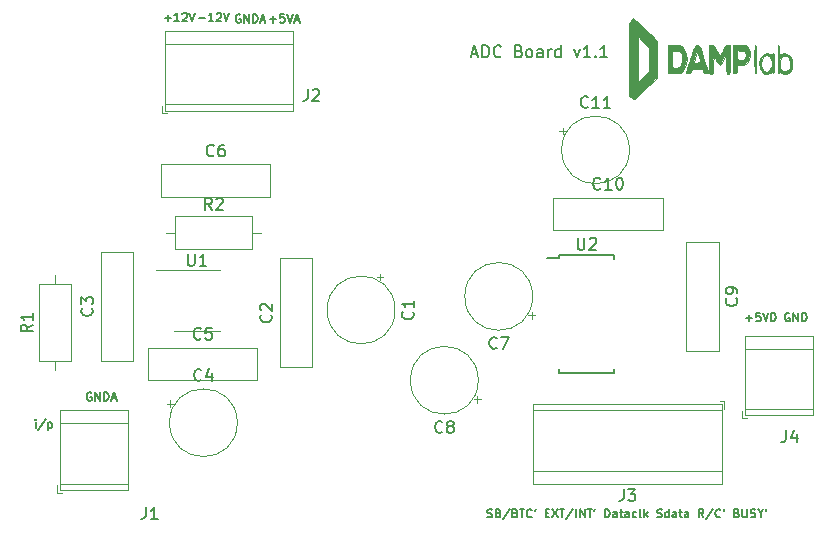
<source format=gto>
G04 #@! TF.GenerationSoftware,KiCad,Pcbnew,(5.1.2)-1*
G04 #@! TF.CreationDate,2019-12-18T16:16:50-05:00*
G04 #@! TF.ProjectId,adcBoard,61646342-6f61-4726-942e-6b696361645f,rev?*
G04 #@! TF.SameCoordinates,Original*
G04 #@! TF.FileFunction,Legend,Top*
G04 #@! TF.FilePolarity,Positive*
%FSLAX46Y46*%
G04 Gerber Fmt 4.6, Leading zero omitted, Abs format (unit mm)*
G04 Created by KiCad (PCBNEW (5.1.2)-1) date 2019-12-18 16:16:50*
%MOMM*%
%LPD*%
G04 APERTURE LIST*
%ADD10C,0.150000*%
%ADD11C,0.120000*%
%ADD12C,0.010000*%
G04 APERTURE END LIST*
D10*
X75066666Y-116550000D02*
X75000000Y-116516666D01*
X74900000Y-116516666D01*
X74800000Y-116550000D01*
X74733333Y-116616666D01*
X74700000Y-116683333D01*
X74666666Y-116816666D01*
X74666666Y-116916666D01*
X74700000Y-117050000D01*
X74733333Y-117116666D01*
X74800000Y-117183333D01*
X74900000Y-117216666D01*
X74966666Y-117216666D01*
X75066666Y-117183333D01*
X75100000Y-117150000D01*
X75100000Y-116916666D01*
X74966666Y-116916666D01*
X75400000Y-117216666D02*
X75400000Y-116516666D01*
X75800000Y-117216666D01*
X75800000Y-116516666D01*
X76133333Y-117216666D02*
X76133333Y-116516666D01*
X76300000Y-116516666D01*
X76400000Y-116550000D01*
X76466666Y-116616666D01*
X76500000Y-116683333D01*
X76533333Y-116816666D01*
X76533333Y-116916666D01*
X76500000Y-117050000D01*
X76466666Y-117116666D01*
X76400000Y-117183333D01*
X76300000Y-117216666D01*
X76133333Y-117216666D01*
X76800000Y-117016666D02*
X77133333Y-117016666D01*
X76733333Y-117216666D02*
X76966666Y-116516666D01*
X77200000Y-117216666D01*
X70350000Y-119516666D02*
X70350000Y-119050000D01*
X70350000Y-118816666D02*
X70316666Y-118850000D01*
X70350000Y-118883333D01*
X70383333Y-118850000D01*
X70350000Y-118816666D01*
X70350000Y-118883333D01*
X71183333Y-118783333D02*
X70583333Y-119683333D01*
X71416666Y-119050000D02*
X71416666Y-119750000D01*
X71416666Y-119083333D02*
X71483333Y-119050000D01*
X71616666Y-119050000D01*
X71683333Y-119083333D01*
X71716666Y-119116666D01*
X71750000Y-119183333D01*
X71750000Y-119383333D01*
X71716666Y-119450000D01*
X71683333Y-119483333D01*
X71616666Y-119516666D01*
X71483333Y-119516666D01*
X71416666Y-119483333D01*
X134166666Y-109850000D02*
X134100000Y-109816666D01*
X134000000Y-109816666D01*
X133900000Y-109850000D01*
X133833333Y-109916666D01*
X133800000Y-109983333D01*
X133766666Y-110116666D01*
X133766666Y-110216666D01*
X133800000Y-110350000D01*
X133833333Y-110416666D01*
X133900000Y-110483333D01*
X134000000Y-110516666D01*
X134066666Y-110516666D01*
X134166666Y-110483333D01*
X134200000Y-110450000D01*
X134200000Y-110216666D01*
X134066666Y-110216666D01*
X134500000Y-110516666D02*
X134500000Y-109816666D01*
X134900000Y-110516666D01*
X134900000Y-109816666D01*
X135233333Y-110516666D02*
X135233333Y-109816666D01*
X135400000Y-109816666D01*
X135500000Y-109850000D01*
X135566666Y-109916666D01*
X135600000Y-109983333D01*
X135633333Y-110116666D01*
X135633333Y-110216666D01*
X135600000Y-110350000D01*
X135566666Y-110416666D01*
X135500000Y-110483333D01*
X135400000Y-110516666D01*
X135233333Y-110516666D01*
X130483333Y-110250000D02*
X131016666Y-110250000D01*
X130750000Y-110516666D02*
X130750000Y-109983333D01*
X131683333Y-109816666D02*
X131350000Y-109816666D01*
X131316666Y-110150000D01*
X131350000Y-110116666D01*
X131416666Y-110083333D01*
X131583333Y-110083333D01*
X131650000Y-110116666D01*
X131683333Y-110150000D01*
X131716666Y-110216666D01*
X131716666Y-110383333D01*
X131683333Y-110450000D01*
X131650000Y-110483333D01*
X131583333Y-110516666D01*
X131416666Y-110516666D01*
X131350000Y-110483333D01*
X131316666Y-110450000D01*
X131916666Y-109816666D02*
X132150000Y-110516666D01*
X132383333Y-109816666D01*
X132616666Y-110516666D02*
X132616666Y-109816666D01*
X132783333Y-109816666D01*
X132883333Y-109850000D01*
X132950000Y-109916666D01*
X132983333Y-109983333D01*
X133016666Y-110116666D01*
X133016666Y-110216666D01*
X132983333Y-110350000D01*
X132950000Y-110416666D01*
X132883333Y-110483333D01*
X132783333Y-110516666D01*
X132616666Y-110516666D01*
X90200000Y-84950000D02*
X90733333Y-84950000D01*
X90466666Y-85216666D02*
X90466666Y-84683333D01*
X91400000Y-84516666D02*
X91066666Y-84516666D01*
X91033333Y-84850000D01*
X91066666Y-84816666D01*
X91133333Y-84783333D01*
X91300000Y-84783333D01*
X91366666Y-84816666D01*
X91400000Y-84850000D01*
X91433333Y-84916666D01*
X91433333Y-85083333D01*
X91400000Y-85150000D01*
X91366666Y-85183333D01*
X91300000Y-85216666D01*
X91133333Y-85216666D01*
X91066666Y-85183333D01*
X91033333Y-85150000D01*
X91633333Y-84516666D02*
X91866666Y-85216666D01*
X92100000Y-84516666D01*
X92300000Y-85016666D02*
X92633333Y-85016666D01*
X92233333Y-85216666D02*
X92466666Y-84516666D01*
X92700000Y-85216666D01*
X87666666Y-84550000D02*
X87600000Y-84516666D01*
X87500000Y-84516666D01*
X87400000Y-84550000D01*
X87333333Y-84616666D01*
X87300000Y-84683333D01*
X87266666Y-84816666D01*
X87266666Y-84916666D01*
X87300000Y-85050000D01*
X87333333Y-85116666D01*
X87400000Y-85183333D01*
X87500000Y-85216666D01*
X87566666Y-85216666D01*
X87666666Y-85183333D01*
X87700000Y-85150000D01*
X87700000Y-84916666D01*
X87566666Y-84916666D01*
X88000000Y-85216666D02*
X88000000Y-84516666D01*
X88400000Y-85216666D01*
X88400000Y-84516666D01*
X88733333Y-85216666D02*
X88733333Y-84516666D01*
X88900000Y-84516666D01*
X89000000Y-84550000D01*
X89066666Y-84616666D01*
X89100000Y-84683333D01*
X89133333Y-84816666D01*
X89133333Y-84916666D01*
X89100000Y-85050000D01*
X89066666Y-85116666D01*
X89000000Y-85183333D01*
X88900000Y-85216666D01*
X88733333Y-85216666D01*
X89400000Y-85016666D02*
X89733333Y-85016666D01*
X89333333Y-85216666D02*
X89566666Y-84516666D01*
X89800000Y-85216666D01*
X84166666Y-84850000D02*
X84700000Y-84850000D01*
X85400000Y-85116666D02*
X85000000Y-85116666D01*
X85200000Y-85116666D02*
X85200000Y-84416666D01*
X85133333Y-84516666D01*
X85066666Y-84583333D01*
X85000000Y-84616666D01*
X85666666Y-84483333D02*
X85700000Y-84450000D01*
X85766666Y-84416666D01*
X85933333Y-84416666D01*
X86000000Y-84450000D01*
X86033333Y-84483333D01*
X86066666Y-84550000D01*
X86066666Y-84616666D01*
X86033333Y-84716666D01*
X85633333Y-85116666D01*
X86066666Y-85116666D01*
X86266666Y-84416666D02*
X86500000Y-85116666D01*
X86733333Y-84416666D01*
X81266666Y-84850000D02*
X81800000Y-84850000D01*
X81533333Y-85116666D02*
X81533333Y-84583333D01*
X82500000Y-85116666D02*
X82100000Y-85116666D01*
X82300000Y-85116666D02*
X82300000Y-84416666D01*
X82233333Y-84516666D01*
X82166666Y-84583333D01*
X82100000Y-84616666D01*
X82766666Y-84483333D02*
X82800000Y-84450000D01*
X82866666Y-84416666D01*
X83033333Y-84416666D01*
X83100000Y-84450000D01*
X83133333Y-84483333D01*
X83166666Y-84550000D01*
X83166666Y-84616666D01*
X83133333Y-84716666D01*
X82733333Y-85116666D01*
X83166666Y-85116666D01*
X83366666Y-84416666D02*
X83600000Y-85116666D01*
X83833333Y-84416666D01*
X108583333Y-127083333D02*
X108683333Y-127116666D01*
X108850000Y-127116666D01*
X108916666Y-127083333D01*
X108950000Y-127050000D01*
X108983333Y-126983333D01*
X108983333Y-126916666D01*
X108950000Y-126850000D01*
X108916666Y-126816666D01*
X108850000Y-126783333D01*
X108716666Y-126750000D01*
X108650000Y-126716666D01*
X108616666Y-126683333D01*
X108583333Y-126616666D01*
X108583333Y-126550000D01*
X108616666Y-126483333D01*
X108650000Y-126450000D01*
X108716666Y-126416666D01*
X108883333Y-126416666D01*
X108983333Y-126450000D01*
X109516666Y-126750000D02*
X109616666Y-126783333D01*
X109650000Y-126816666D01*
X109683333Y-126883333D01*
X109683333Y-126983333D01*
X109650000Y-127050000D01*
X109616666Y-127083333D01*
X109550000Y-127116666D01*
X109283333Y-127116666D01*
X109283333Y-126416666D01*
X109516666Y-126416666D01*
X109583333Y-126450000D01*
X109616666Y-126483333D01*
X109650000Y-126550000D01*
X109650000Y-126616666D01*
X109616666Y-126683333D01*
X109583333Y-126716666D01*
X109516666Y-126750000D01*
X109283333Y-126750000D01*
X110483333Y-126383333D02*
X109883333Y-127283333D01*
X110950000Y-126750000D02*
X111050000Y-126783333D01*
X111083333Y-126816666D01*
X111116666Y-126883333D01*
X111116666Y-126983333D01*
X111083333Y-127050000D01*
X111050000Y-127083333D01*
X110983333Y-127116666D01*
X110716666Y-127116666D01*
X110716666Y-126416666D01*
X110950000Y-126416666D01*
X111016666Y-126450000D01*
X111050000Y-126483333D01*
X111083333Y-126550000D01*
X111083333Y-126616666D01*
X111050000Y-126683333D01*
X111016666Y-126716666D01*
X110950000Y-126750000D01*
X110716666Y-126750000D01*
X111316666Y-126416666D02*
X111716666Y-126416666D01*
X111516666Y-127116666D02*
X111516666Y-126416666D01*
X112350000Y-127050000D02*
X112316666Y-127083333D01*
X112216666Y-127116666D01*
X112150000Y-127116666D01*
X112050000Y-127083333D01*
X111983333Y-127016666D01*
X111950000Y-126950000D01*
X111916666Y-126816666D01*
X111916666Y-126716666D01*
X111950000Y-126583333D01*
X111983333Y-126516666D01*
X112050000Y-126450000D01*
X112150000Y-126416666D01*
X112216666Y-126416666D01*
X112316666Y-126450000D01*
X112350000Y-126483333D01*
X112683333Y-126416666D02*
X112616666Y-126550000D01*
X113516666Y-126750000D02*
X113750000Y-126750000D01*
X113850000Y-127116666D02*
X113516666Y-127116666D01*
X113516666Y-126416666D01*
X113850000Y-126416666D01*
X114083333Y-126416666D02*
X114550000Y-127116666D01*
X114550000Y-126416666D02*
X114083333Y-127116666D01*
X114716666Y-126416666D02*
X115116666Y-126416666D01*
X114916666Y-127116666D02*
X114916666Y-126416666D01*
X115850000Y-126383333D02*
X115250000Y-127283333D01*
X116083333Y-127116666D02*
X116083333Y-126416666D01*
X116416666Y-127116666D02*
X116416666Y-126416666D01*
X116816666Y-127116666D01*
X116816666Y-126416666D01*
X117050000Y-126416666D02*
X117450000Y-126416666D01*
X117250000Y-127116666D02*
X117250000Y-126416666D01*
X117716666Y-126416666D02*
X117650000Y-126550000D01*
X118550000Y-127116666D02*
X118550000Y-126416666D01*
X118716666Y-126416666D01*
X118816666Y-126450000D01*
X118883333Y-126516666D01*
X118916666Y-126583333D01*
X118950000Y-126716666D01*
X118950000Y-126816666D01*
X118916666Y-126950000D01*
X118883333Y-127016666D01*
X118816666Y-127083333D01*
X118716666Y-127116666D01*
X118550000Y-127116666D01*
X119550000Y-127116666D02*
X119550000Y-126750000D01*
X119516666Y-126683333D01*
X119450000Y-126650000D01*
X119316666Y-126650000D01*
X119250000Y-126683333D01*
X119550000Y-127083333D02*
X119483333Y-127116666D01*
X119316666Y-127116666D01*
X119250000Y-127083333D01*
X119216666Y-127016666D01*
X119216666Y-126950000D01*
X119250000Y-126883333D01*
X119316666Y-126850000D01*
X119483333Y-126850000D01*
X119550000Y-126816666D01*
X119783333Y-126650000D02*
X120050000Y-126650000D01*
X119883333Y-126416666D02*
X119883333Y-127016666D01*
X119916666Y-127083333D01*
X119983333Y-127116666D01*
X120050000Y-127116666D01*
X120583333Y-127116666D02*
X120583333Y-126750000D01*
X120550000Y-126683333D01*
X120483333Y-126650000D01*
X120350000Y-126650000D01*
X120283333Y-126683333D01*
X120583333Y-127083333D02*
X120516666Y-127116666D01*
X120350000Y-127116666D01*
X120283333Y-127083333D01*
X120250000Y-127016666D01*
X120250000Y-126950000D01*
X120283333Y-126883333D01*
X120350000Y-126850000D01*
X120516666Y-126850000D01*
X120583333Y-126816666D01*
X121216666Y-127083333D02*
X121150000Y-127116666D01*
X121016666Y-127116666D01*
X120950000Y-127083333D01*
X120916666Y-127050000D01*
X120883333Y-126983333D01*
X120883333Y-126783333D01*
X120916666Y-126716666D01*
X120950000Y-126683333D01*
X121016666Y-126650000D01*
X121150000Y-126650000D01*
X121216666Y-126683333D01*
X121616666Y-127116666D02*
X121550000Y-127083333D01*
X121516666Y-127016666D01*
X121516666Y-126416666D01*
X121883333Y-127116666D02*
X121883333Y-126416666D01*
X121950000Y-126850000D02*
X122150000Y-127116666D01*
X122150000Y-126650000D02*
X121883333Y-126916666D01*
X122950000Y-127083333D02*
X123050000Y-127116666D01*
X123216666Y-127116666D01*
X123283333Y-127083333D01*
X123316666Y-127050000D01*
X123350000Y-126983333D01*
X123350000Y-126916666D01*
X123316666Y-126850000D01*
X123283333Y-126816666D01*
X123216666Y-126783333D01*
X123083333Y-126750000D01*
X123016666Y-126716666D01*
X122983333Y-126683333D01*
X122950000Y-126616666D01*
X122950000Y-126550000D01*
X122983333Y-126483333D01*
X123016666Y-126450000D01*
X123083333Y-126416666D01*
X123250000Y-126416666D01*
X123350000Y-126450000D01*
X123950000Y-127116666D02*
X123950000Y-126416666D01*
X123950000Y-127083333D02*
X123883333Y-127116666D01*
X123750000Y-127116666D01*
X123683333Y-127083333D01*
X123650000Y-127050000D01*
X123616666Y-126983333D01*
X123616666Y-126783333D01*
X123650000Y-126716666D01*
X123683333Y-126683333D01*
X123750000Y-126650000D01*
X123883333Y-126650000D01*
X123950000Y-126683333D01*
X124583333Y-127116666D02*
X124583333Y-126750000D01*
X124550000Y-126683333D01*
X124483333Y-126650000D01*
X124350000Y-126650000D01*
X124283333Y-126683333D01*
X124583333Y-127083333D02*
X124516666Y-127116666D01*
X124350000Y-127116666D01*
X124283333Y-127083333D01*
X124250000Y-127016666D01*
X124250000Y-126950000D01*
X124283333Y-126883333D01*
X124350000Y-126850000D01*
X124516666Y-126850000D01*
X124583333Y-126816666D01*
X124816666Y-126650000D02*
X125083333Y-126650000D01*
X124916666Y-126416666D02*
X124916666Y-127016666D01*
X124950000Y-127083333D01*
X125016666Y-127116666D01*
X125083333Y-127116666D01*
X125616666Y-127116666D02*
X125616666Y-126750000D01*
X125583333Y-126683333D01*
X125516666Y-126650000D01*
X125383333Y-126650000D01*
X125316666Y-126683333D01*
X125616666Y-127083333D02*
X125550000Y-127116666D01*
X125383333Y-127116666D01*
X125316666Y-127083333D01*
X125283333Y-127016666D01*
X125283333Y-126950000D01*
X125316666Y-126883333D01*
X125383333Y-126850000D01*
X125550000Y-126850000D01*
X125616666Y-126816666D01*
X126883333Y-127116666D02*
X126650000Y-126783333D01*
X126483333Y-127116666D02*
X126483333Y-126416666D01*
X126750000Y-126416666D01*
X126816666Y-126450000D01*
X126850000Y-126483333D01*
X126883333Y-126550000D01*
X126883333Y-126650000D01*
X126850000Y-126716666D01*
X126816666Y-126750000D01*
X126750000Y-126783333D01*
X126483333Y-126783333D01*
X127683333Y-126383333D02*
X127083333Y-127283333D01*
X128316666Y-127050000D02*
X128283333Y-127083333D01*
X128183333Y-127116666D01*
X128116666Y-127116666D01*
X128016666Y-127083333D01*
X127950000Y-127016666D01*
X127916666Y-126950000D01*
X127883333Y-126816666D01*
X127883333Y-126716666D01*
X127916666Y-126583333D01*
X127950000Y-126516666D01*
X128016666Y-126450000D01*
X128116666Y-126416666D01*
X128183333Y-126416666D01*
X128283333Y-126450000D01*
X128316666Y-126483333D01*
X128650000Y-126416666D02*
X128583333Y-126550000D01*
X129716666Y-126750000D02*
X129816666Y-126783333D01*
X129850000Y-126816666D01*
X129883333Y-126883333D01*
X129883333Y-126983333D01*
X129850000Y-127050000D01*
X129816666Y-127083333D01*
X129750000Y-127116666D01*
X129483333Y-127116666D01*
X129483333Y-126416666D01*
X129716666Y-126416666D01*
X129783333Y-126450000D01*
X129816666Y-126483333D01*
X129850000Y-126550000D01*
X129850000Y-126616666D01*
X129816666Y-126683333D01*
X129783333Y-126716666D01*
X129716666Y-126750000D01*
X129483333Y-126750000D01*
X130183333Y-126416666D02*
X130183333Y-126983333D01*
X130216666Y-127050000D01*
X130250000Y-127083333D01*
X130316666Y-127116666D01*
X130450000Y-127116666D01*
X130516666Y-127083333D01*
X130550000Y-127050000D01*
X130583333Y-126983333D01*
X130583333Y-126416666D01*
X130883333Y-127083333D02*
X130983333Y-127116666D01*
X131150000Y-127116666D01*
X131216666Y-127083333D01*
X131250000Y-127050000D01*
X131283333Y-126983333D01*
X131283333Y-126916666D01*
X131250000Y-126850000D01*
X131216666Y-126816666D01*
X131150000Y-126783333D01*
X131016666Y-126750000D01*
X130950000Y-126716666D01*
X130916666Y-126683333D01*
X130883333Y-126616666D01*
X130883333Y-126550000D01*
X130916666Y-126483333D01*
X130950000Y-126450000D01*
X131016666Y-126416666D01*
X131183333Y-126416666D01*
X131283333Y-126450000D01*
X131716666Y-126783333D02*
X131716666Y-127116666D01*
X131483333Y-126416666D02*
X131716666Y-126783333D01*
X131950000Y-126416666D01*
X132216666Y-126416666D02*
X132150000Y-126550000D01*
X107261904Y-87866666D02*
X107738095Y-87866666D01*
X107166666Y-88152380D02*
X107500000Y-87152380D01*
X107833333Y-88152380D01*
X108166666Y-88152380D02*
X108166666Y-87152380D01*
X108404761Y-87152380D01*
X108547619Y-87200000D01*
X108642857Y-87295238D01*
X108690476Y-87390476D01*
X108738095Y-87580952D01*
X108738095Y-87723809D01*
X108690476Y-87914285D01*
X108642857Y-88009523D01*
X108547619Y-88104761D01*
X108404761Y-88152380D01*
X108166666Y-88152380D01*
X109738095Y-88057142D02*
X109690476Y-88104761D01*
X109547619Y-88152380D01*
X109452380Y-88152380D01*
X109309523Y-88104761D01*
X109214285Y-88009523D01*
X109166666Y-87914285D01*
X109119047Y-87723809D01*
X109119047Y-87580952D01*
X109166666Y-87390476D01*
X109214285Y-87295238D01*
X109309523Y-87200000D01*
X109452380Y-87152380D01*
X109547619Y-87152380D01*
X109690476Y-87200000D01*
X109738095Y-87247619D01*
X111261904Y-87628571D02*
X111404761Y-87676190D01*
X111452380Y-87723809D01*
X111500000Y-87819047D01*
X111500000Y-87961904D01*
X111452380Y-88057142D01*
X111404761Y-88104761D01*
X111309523Y-88152380D01*
X110928571Y-88152380D01*
X110928571Y-87152380D01*
X111261904Y-87152380D01*
X111357142Y-87200000D01*
X111404761Y-87247619D01*
X111452380Y-87342857D01*
X111452380Y-87438095D01*
X111404761Y-87533333D01*
X111357142Y-87580952D01*
X111261904Y-87628571D01*
X110928571Y-87628571D01*
X112071428Y-88152380D02*
X111976190Y-88104761D01*
X111928571Y-88057142D01*
X111880952Y-87961904D01*
X111880952Y-87676190D01*
X111928571Y-87580952D01*
X111976190Y-87533333D01*
X112071428Y-87485714D01*
X112214285Y-87485714D01*
X112309523Y-87533333D01*
X112357142Y-87580952D01*
X112404761Y-87676190D01*
X112404761Y-87961904D01*
X112357142Y-88057142D01*
X112309523Y-88104761D01*
X112214285Y-88152380D01*
X112071428Y-88152380D01*
X113261904Y-88152380D02*
X113261904Y-87628571D01*
X113214285Y-87533333D01*
X113119047Y-87485714D01*
X112928571Y-87485714D01*
X112833333Y-87533333D01*
X113261904Y-88104761D02*
X113166666Y-88152380D01*
X112928571Y-88152380D01*
X112833333Y-88104761D01*
X112785714Y-88009523D01*
X112785714Y-87914285D01*
X112833333Y-87819047D01*
X112928571Y-87771428D01*
X113166666Y-87771428D01*
X113261904Y-87723809D01*
X113738095Y-88152380D02*
X113738095Y-87485714D01*
X113738095Y-87676190D02*
X113785714Y-87580952D01*
X113833333Y-87533333D01*
X113928571Y-87485714D01*
X114023809Y-87485714D01*
X114785714Y-88152380D02*
X114785714Y-87152380D01*
X114785714Y-88104761D02*
X114690476Y-88152380D01*
X114500000Y-88152380D01*
X114404761Y-88104761D01*
X114357142Y-88057142D01*
X114309523Y-87961904D01*
X114309523Y-87676190D01*
X114357142Y-87580952D01*
X114404761Y-87533333D01*
X114500000Y-87485714D01*
X114690476Y-87485714D01*
X114785714Y-87533333D01*
X115928571Y-87485714D02*
X116166666Y-88152380D01*
X116404761Y-87485714D01*
X117309523Y-88152380D02*
X116738095Y-88152380D01*
X117023809Y-88152380D02*
X117023809Y-87152380D01*
X116928571Y-87295238D01*
X116833333Y-87390476D01*
X116738095Y-87438095D01*
X117738095Y-88057142D02*
X117785714Y-88104761D01*
X117738095Y-88152380D01*
X117690476Y-88104761D01*
X117738095Y-88057142D01*
X117738095Y-88152380D01*
X118738095Y-88152380D02*
X118166666Y-88152380D01*
X118452380Y-88152380D02*
X118452380Y-87152380D01*
X118357142Y-87295238D01*
X118261904Y-87390476D01*
X118166666Y-87438095D01*
X114675000Y-104925000D02*
X114675000Y-105150000D01*
X119325000Y-104925000D02*
X119325000Y-105250000D01*
X119325000Y-114875000D02*
X119325000Y-114550000D01*
X114675000Y-114875000D02*
X114675000Y-114550000D01*
X114675000Y-104925000D02*
X119325000Y-104925000D01*
X114675000Y-114875000D02*
X119325000Y-114875000D01*
X114675000Y-105150000D02*
X113600000Y-105150000D01*
D11*
X100770000Y-109550000D02*
G75*
G03X100770000Y-109550000I-2870000J0D01*
G01*
X99515000Y-106477738D02*
X99515000Y-107027738D01*
X99790000Y-106752738D02*
X99240000Y-106752738D01*
X91030000Y-105180000D02*
X93770000Y-105180000D01*
X91030000Y-114420000D02*
X93770000Y-114420000D01*
X93770000Y-114420000D02*
X93770000Y-105180000D01*
X91030000Y-114420000D02*
X91030000Y-105180000D01*
X75880000Y-113870000D02*
X75880000Y-104630000D01*
X78620000Y-113870000D02*
X78620000Y-104630000D01*
X75880000Y-113870000D02*
X78620000Y-113870000D01*
X75880000Y-104630000D02*
X78620000Y-104630000D01*
X81752738Y-117210000D02*
X81752738Y-117760000D01*
X81477738Y-117485000D02*
X82027738Y-117485000D01*
X87420000Y-119100000D02*
G75*
G03X87420000Y-119100000I-2870000J0D01*
G01*
X89120000Y-112730000D02*
X89120000Y-115470000D01*
X79880000Y-112730000D02*
X79880000Y-115470000D01*
X79880000Y-115470000D02*
X89120000Y-115470000D01*
X79880000Y-112730000D02*
X89120000Y-112730000D01*
X80980000Y-97230000D02*
X90220000Y-97230000D01*
X80980000Y-99970000D02*
X90220000Y-99970000D01*
X80980000Y-97230000D02*
X80980000Y-99970000D01*
X90220000Y-97230000D02*
X90220000Y-99970000D01*
X112347262Y-110290000D02*
X112347262Y-109740000D01*
X112622262Y-110015000D02*
X112072262Y-110015000D01*
X112420000Y-108400000D02*
G75*
G03X112420000Y-108400000I-2870000J0D01*
G01*
X107820000Y-115500000D02*
G75*
G03X107820000Y-115500000I-2870000J0D01*
G01*
X108022262Y-117115000D02*
X107472262Y-117115000D01*
X107747262Y-117390000D02*
X107747262Y-116840000D01*
X128170000Y-103780000D02*
X128170000Y-113020000D01*
X125430000Y-103780000D02*
X125430000Y-113020000D01*
X128170000Y-103780000D02*
X125430000Y-103780000D01*
X128170000Y-113020000D02*
X125430000Y-113020000D01*
X123420000Y-100030000D02*
X123420000Y-102770000D01*
X114180000Y-100030000D02*
X114180000Y-102770000D01*
X114180000Y-102770000D02*
X123420000Y-102770000D01*
X114180000Y-100030000D02*
X123420000Y-100030000D01*
X120620000Y-96000000D02*
G75*
G03X120620000Y-96000000I-2870000J0D01*
G01*
X114677738Y-94385000D02*
X115227738Y-94385000D01*
X114952738Y-94110000D02*
X114952738Y-94660000D01*
X72380000Y-124250000D02*
X78160000Y-124250000D01*
X72380000Y-119150000D02*
X78160000Y-119150000D01*
X72380000Y-118030000D02*
X78160000Y-118030000D01*
X72380000Y-124770000D02*
X78160000Y-124770000D01*
X72380000Y-118030000D02*
X72380000Y-124770000D01*
X78160000Y-118030000D02*
X78160000Y-124770000D01*
X72140000Y-124370000D02*
X72140000Y-125010000D01*
X72140000Y-125010000D02*
X72540000Y-125010000D01*
X128660000Y-117290000D02*
X128260000Y-117290000D01*
X128660000Y-117930000D02*
X128660000Y-117290000D01*
X112480000Y-124270000D02*
X112480000Y-117530000D01*
X128420000Y-124270000D02*
X128420000Y-117530000D01*
X128420000Y-117530000D02*
X112480000Y-117530000D01*
X128420000Y-124270000D02*
X112480000Y-124270000D01*
X128420000Y-123150000D02*
X112480000Y-123150000D01*
X128420000Y-118050000D02*
X112480000Y-118050000D01*
X72000000Y-106580000D02*
X72000000Y-107350000D01*
X72000000Y-114660000D02*
X72000000Y-113890000D01*
X70630000Y-107350000D02*
X70630000Y-113890000D01*
X73370000Y-107350000D02*
X70630000Y-107350000D01*
X73370000Y-113890000D02*
X73370000Y-107350000D01*
X70630000Y-113890000D02*
X73370000Y-113890000D01*
X82150000Y-101630000D02*
X82150000Y-104370000D01*
X82150000Y-104370000D02*
X88690000Y-104370000D01*
X88690000Y-104370000D02*
X88690000Y-101630000D01*
X88690000Y-101630000D02*
X82150000Y-101630000D01*
X81380000Y-103000000D02*
X82150000Y-103000000D01*
X89460000Y-103000000D02*
X88690000Y-103000000D01*
X84000000Y-111310000D02*
X85950000Y-111310000D01*
X84000000Y-111310000D02*
X82050000Y-111310000D01*
X84000000Y-106190000D02*
X85950000Y-106190000D01*
X84000000Y-106190000D02*
X80550000Y-106190000D01*
X130380000Y-117950000D02*
X136160000Y-117950000D01*
X130380000Y-112850000D02*
X136160000Y-112850000D01*
X130380000Y-111730000D02*
X136160000Y-111730000D01*
X130380000Y-118470000D02*
X136160000Y-118470000D01*
X130380000Y-111730000D02*
X130380000Y-118470000D01*
X136160000Y-111730000D02*
X136160000Y-118470000D01*
X130140000Y-118070000D02*
X130140000Y-118710000D01*
X130140000Y-118710000D02*
X130540000Y-118710000D01*
X81280000Y-92150000D02*
X92141000Y-92150000D01*
X81280000Y-87050000D02*
X92141000Y-87050000D01*
X81280000Y-85930000D02*
X92141000Y-85930000D01*
X81280000Y-92670000D02*
X92141000Y-92670000D01*
X81280000Y-85930000D02*
X81280000Y-92670000D01*
X92141000Y-85930000D02*
X92141000Y-92670000D01*
X81040000Y-92270000D02*
X81040000Y-92910000D01*
X81040000Y-92910000D02*
X81440000Y-92910000D01*
D12*
G36*
X121960242Y-85775826D02*
G01*
X122291957Y-86094780D01*
X122575259Y-86377331D01*
X122790718Y-86603269D01*
X122918903Y-86752380D01*
X122946143Y-86801400D01*
X122939783Y-86924892D01*
X122934397Y-87213990D01*
X122930413Y-87631100D01*
X122928259Y-88138629D01*
X122928000Y-88394896D01*
X122928000Y-89912193D01*
X122039000Y-90761344D01*
X121720658Y-91064958D01*
X121442595Y-91329296D01*
X121227969Y-91532408D01*
X121099939Y-91652343D01*
X121077148Y-91672988D01*
X120967443Y-91674271D01*
X120805647Y-91589766D01*
X120805005Y-91589296D01*
X120605715Y-91443110D01*
X120605715Y-90245472D01*
X121331429Y-90245472D01*
X121711250Y-89874800D01*
X122782857Y-89874800D01*
X122819143Y-89925600D01*
X122855429Y-89874800D01*
X122819143Y-89824000D01*
X122782857Y-89874800D01*
X121711250Y-89874800D01*
X121785000Y-89802827D01*
X122238572Y-89360182D01*
X122259246Y-88384084D01*
X122279920Y-87407985D01*
X122009497Y-87131600D01*
X122492572Y-87131600D01*
X122528857Y-87182400D01*
X122565143Y-87131600D01*
X122528857Y-87080800D01*
X122492572Y-87131600D01*
X122009497Y-87131600D01*
X121846482Y-86964992D01*
X121598699Y-86690974D01*
X121454805Y-86471855D01*
X121390238Y-86267931D01*
X121383850Y-86217200D01*
X121374865Y-86222469D01*
X121365943Y-86406768D01*
X121357615Y-86745926D01*
X121350409Y-87215774D01*
X121344856Y-87792143D01*
X121343043Y-88078936D01*
X121331429Y-90245472D01*
X120605715Y-90245472D01*
X120605715Y-85287420D01*
X120780956Y-85056937D01*
X120956198Y-84826454D01*
X121960242Y-85775826D01*
X121960242Y-85775826D01*
G37*
X121960242Y-85775826D02*
X122291957Y-86094780D01*
X122575259Y-86377331D01*
X122790718Y-86603269D01*
X122918903Y-86752380D01*
X122946143Y-86801400D01*
X122939783Y-86924892D01*
X122934397Y-87213990D01*
X122930413Y-87631100D01*
X122928259Y-88138629D01*
X122928000Y-88394896D01*
X122928000Y-89912193D01*
X122039000Y-90761344D01*
X121720658Y-91064958D01*
X121442595Y-91329296D01*
X121227969Y-91532408D01*
X121099939Y-91652343D01*
X121077148Y-91672988D01*
X120967443Y-91674271D01*
X120805647Y-91589766D01*
X120805005Y-91589296D01*
X120605715Y-91443110D01*
X120605715Y-90245472D01*
X121331429Y-90245472D01*
X121711250Y-89874800D01*
X122782857Y-89874800D01*
X122819143Y-89925600D01*
X122855429Y-89874800D01*
X122819143Y-89824000D01*
X122782857Y-89874800D01*
X121711250Y-89874800D01*
X121785000Y-89802827D01*
X122238572Y-89360182D01*
X122259246Y-88384084D01*
X122279920Y-87407985D01*
X122009497Y-87131600D01*
X122492572Y-87131600D01*
X122528857Y-87182400D01*
X122565143Y-87131600D01*
X122528857Y-87080800D01*
X122492572Y-87131600D01*
X122009497Y-87131600D01*
X121846482Y-86964992D01*
X121598699Y-86690974D01*
X121454805Y-86471855D01*
X121390238Y-86267931D01*
X121383850Y-86217200D01*
X121374865Y-86222469D01*
X121365943Y-86406768D01*
X121357615Y-86745926D01*
X121350409Y-87215774D01*
X121344856Y-87792143D01*
X121343043Y-88078936D01*
X121331429Y-90245472D01*
X120605715Y-90245472D01*
X120605715Y-85287420D01*
X120780956Y-85056937D01*
X120956198Y-84826454D01*
X121960242Y-85775826D01*
G36*
X129153234Y-88325400D02*
G01*
X129143215Y-88846602D01*
X129130418Y-89197892D01*
X129110418Y-89412545D01*
X129078790Y-89523835D01*
X129031109Y-89565037D01*
X128987714Y-89570000D01*
X128914279Y-89549894D01*
X128866889Y-89462607D01*
X128836516Y-89267681D01*
X128814127Y-88924659D01*
X128806286Y-88757200D01*
X128770000Y-87944400D01*
X128552286Y-88374030D01*
X128413990Y-88618745D01*
X128298067Y-88775368D01*
X128253501Y-88805830D01*
X128169617Y-88729390D01*
X128044035Y-88531569D01*
X127963215Y-88376200D01*
X127754000Y-87944400D01*
X127717714Y-88756219D01*
X127691747Y-89185699D01*
X127656752Y-89446430D01*
X127606652Y-89572819D01*
X127569033Y-89597931D01*
X127439979Y-89585019D01*
X127405747Y-89556578D01*
X127385853Y-89432502D01*
X127369602Y-89147963D01*
X127358703Y-88745685D01*
X127354857Y-88283066D01*
X127354857Y-87080800D01*
X127554429Y-87083419D01*
X127691820Y-87124424D01*
X127822892Y-87268552D01*
X127980331Y-87553437D01*
X128003081Y-87599970D01*
X128252162Y-88113900D01*
X128385721Y-87876750D01*
X128526276Y-87606698D01*
X128642144Y-87360200D01*
X128796275Y-87136422D01*
X128969309Y-87080800D01*
X129173610Y-87080799D01*
X129153234Y-88325400D01*
X129153234Y-88325400D01*
G37*
X129153234Y-88325400D02*
X129143215Y-88846602D01*
X129130418Y-89197892D01*
X129110418Y-89412545D01*
X129078790Y-89523835D01*
X129031109Y-89565037D01*
X128987714Y-89570000D01*
X128914279Y-89549894D01*
X128866889Y-89462607D01*
X128836516Y-89267681D01*
X128814127Y-88924659D01*
X128806286Y-88757200D01*
X128770000Y-87944400D01*
X128552286Y-88374030D01*
X128413990Y-88618745D01*
X128298067Y-88775368D01*
X128253501Y-88805830D01*
X128169617Y-88729390D01*
X128044035Y-88531569D01*
X127963215Y-88376200D01*
X127754000Y-87944400D01*
X127717714Y-88756219D01*
X127691747Y-89185699D01*
X127656752Y-89446430D01*
X127606652Y-89572819D01*
X127569033Y-89597931D01*
X127439979Y-89585019D01*
X127405747Y-89556578D01*
X127385853Y-89432502D01*
X127369602Y-89147963D01*
X127358703Y-88745685D01*
X127354857Y-88283066D01*
X127354857Y-87080800D01*
X127554429Y-87083419D01*
X127691820Y-87124424D01*
X127822892Y-87268552D01*
X127980331Y-87553437D01*
X128003081Y-87599970D01*
X128252162Y-88113900D01*
X128385721Y-87876750D01*
X128526276Y-87606698D01*
X128642144Y-87360200D01*
X128796275Y-87136422D01*
X128969309Y-87080800D01*
X129173610Y-87080799D01*
X129153234Y-88325400D01*
G36*
X132833823Y-87885798D02*
G01*
X132856814Y-88136102D01*
X132869143Y-88496278D01*
X132870286Y-88655600D01*
X132862260Y-89076169D01*
X132840185Y-89373998D01*
X132807068Y-89513321D01*
X132797714Y-89519200D01*
X132727543Y-89441531D01*
X132725143Y-89414990D01*
X132670254Y-89383348D01*
X132530931Y-89451781D01*
X132511033Y-89465790D01*
X132296619Y-89591406D01*
X132124019Y-89592618D01*
X131920465Y-89469752D01*
X131918733Y-89468436D01*
X131750636Y-89266369D01*
X131642407Y-89030924D01*
X131597798Y-88682822D01*
X131792081Y-88682822D01*
X131795052Y-88770297D01*
X131840967Y-89071603D01*
X131952016Y-89248460D01*
X131999429Y-89286040D01*
X132250302Y-89361678D01*
X132486582Y-89256469D01*
X132557082Y-89178095D01*
X132672982Y-88901224D01*
X132679617Y-88585613D01*
X132593620Y-88290174D01*
X132431623Y-88073822D01*
X132223123Y-87995200D01*
X131990373Y-88079690D01*
X131842226Y-88316986D01*
X131792081Y-88682822D01*
X131597798Y-88682822D01*
X131592277Y-88639740D01*
X131660372Y-88287702D01*
X131819896Y-88008823D01*
X132044056Y-87837116D01*
X132306056Y-87806596D01*
X132526874Y-87908169D01*
X132655215Y-87973526D01*
X132709579Y-87908169D01*
X132781390Y-87797941D01*
X132803762Y-87792000D01*
X132833823Y-87885798D01*
X132833823Y-87885798D01*
G37*
X132833823Y-87885798D02*
X132856814Y-88136102D01*
X132869143Y-88496278D01*
X132870286Y-88655600D01*
X132862260Y-89076169D01*
X132840185Y-89373998D01*
X132807068Y-89513321D01*
X132797714Y-89519200D01*
X132727543Y-89441531D01*
X132725143Y-89414990D01*
X132670254Y-89383348D01*
X132530931Y-89451781D01*
X132511033Y-89465790D01*
X132296619Y-89591406D01*
X132124019Y-89592618D01*
X131920465Y-89469752D01*
X131918733Y-89468436D01*
X131750636Y-89266369D01*
X131642407Y-89030924D01*
X131597798Y-88682822D01*
X131792081Y-88682822D01*
X131795052Y-88770297D01*
X131840967Y-89071603D01*
X131952016Y-89248460D01*
X131999429Y-89286040D01*
X132250302Y-89361678D01*
X132486582Y-89256469D01*
X132557082Y-89178095D01*
X132672982Y-88901224D01*
X132679617Y-88585613D01*
X132593620Y-88290174D01*
X132431623Y-88073822D01*
X132223123Y-87995200D01*
X131990373Y-88079690D01*
X131842226Y-88316986D01*
X131792081Y-88682822D01*
X131597798Y-88682822D01*
X131592277Y-88639740D01*
X131660372Y-88287702D01*
X131819896Y-88008823D01*
X132044056Y-87837116D01*
X132306056Y-87806596D01*
X132526874Y-87908169D01*
X132655215Y-87973526D01*
X132709579Y-87908169D01*
X132781390Y-87797941D01*
X132803762Y-87792000D01*
X132833823Y-87885798D01*
G36*
X133276282Y-87171651D02*
G01*
X133302276Y-87401702D01*
X133305714Y-87541574D01*
X133311254Y-87818842D01*
X133338558Y-87933671D01*
X133403653Y-87926661D01*
X133446086Y-87897174D01*
X133727359Y-87783957D01*
X133994490Y-87842458D01*
X134215119Y-88046021D01*
X134356889Y-88367991D01*
X134391978Y-88676381D01*
X134347025Y-89079919D01*
X134203788Y-89363165D01*
X134054343Y-89502604D01*
X133861834Y-89606001D01*
X133682189Y-89582964D01*
X133505286Y-89473799D01*
X133368556Y-89400057D01*
X133306106Y-89417913D01*
X133305714Y-89423625D01*
X133250361Y-89516464D01*
X133233143Y-89519200D01*
X133201287Y-89421587D01*
X133177718Y-89144240D01*
X133165303Y-88756714D01*
X133328621Y-88756714D01*
X133405361Y-89049636D01*
X133575324Y-89269459D01*
X133588123Y-89278733D01*
X133806633Y-89342078D01*
X134021157Y-89266977D01*
X134179087Y-89080727D01*
X134221162Y-88950247D01*
X134234075Y-88559732D01*
X134137751Y-88250198D01*
X133955013Y-88057257D01*
X133708684Y-88016521D01*
X133635169Y-88035908D01*
X133445784Y-88190195D01*
X133342849Y-88450349D01*
X133328621Y-88756714D01*
X133165303Y-88756714D01*
X133163819Y-88710393D01*
X133160572Y-88300000D01*
X133166382Y-87764819D01*
X133182891Y-87368857D01*
X133208715Y-87135348D01*
X133233143Y-87080800D01*
X133276282Y-87171651D01*
X133276282Y-87171651D01*
G37*
X133276282Y-87171651D02*
X133302276Y-87401702D01*
X133305714Y-87541574D01*
X133311254Y-87818842D01*
X133338558Y-87933671D01*
X133403653Y-87926661D01*
X133446086Y-87897174D01*
X133727359Y-87783957D01*
X133994490Y-87842458D01*
X134215119Y-88046021D01*
X134356889Y-88367991D01*
X134391978Y-88676381D01*
X134347025Y-89079919D01*
X134203788Y-89363165D01*
X134054343Y-89502604D01*
X133861834Y-89606001D01*
X133682189Y-89582964D01*
X133505286Y-89473799D01*
X133368556Y-89400057D01*
X133306106Y-89417913D01*
X133305714Y-89423625D01*
X133250361Y-89516464D01*
X133233143Y-89519200D01*
X133201287Y-89421587D01*
X133177718Y-89144240D01*
X133165303Y-88756714D01*
X133328621Y-88756714D01*
X133405361Y-89049636D01*
X133575324Y-89269459D01*
X133588123Y-89278733D01*
X133806633Y-89342078D01*
X134021157Y-89266977D01*
X134179087Y-89080727D01*
X134221162Y-88950247D01*
X134234075Y-88559732D01*
X134137751Y-88250198D01*
X133955013Y-88057257D01*
X133708684Y-88016521D01*
X133635169Y-88035908D01*
X133445784Y-88190195D01*
X133342849Y-88450349D01*
X133328621Y-88756714D01*
X133165303Y-88756714D01*
X133163819Y-88710393D01*
X133160572Y-88300000D01*
X133166382Y-87764819D01*
X133182891Y-87368857D01*
X133208715Y-87135348D01*
X133233143Y-87080800D01*
X133276282Y-87171651D01*
G36*
X124753861Y-87118504D02*
G01*
X125028398Y-87230178D01*
X125268613Y-87507990D01*
X125414637Y-87891943D01*
X125462354Y-88328840D01*
X125407644Y-88765482D01*
X125246391Y-89148673D01*
X125183704Y-89236504D01*
X125051749Y-89383781D01*
X124919615Y-89468823D01*
X124741699Y-89508340D01*
X124472398Y-89519043D01*
X124412266Y-89519200D01*
X123866823Y-89519200D01*
X123887269Y-88325400D01*
X123899884Y-87588800D01*
X124234286Y-87588800D01*
X124234286Y-88283066D01*
X124241744Y-88643251D01*
X124261295Y-88920207D01*
X124288707Y-89053989D01*
X124288714Y-89053999D01*
X124406326Y-89099026D01*
X124595797Y-89069803D01*
X124799486Y-88983833D01*
X124959750Y-88858624D01*
X124969001Y-88847396D01*
X125076939Y-88588011D01*
X125098455Y-88246918D01*
X125031677Y-87907572D01*
X124992171Y-87814606D01*
X124876473Y-87661668D01*
X124700710Y-87596768D01*
X124556742Y-87588800D01*
X124234286Y-87588800D01*
X123899884Y-87588800D01*
X123907714Y-87131600D01*
X124358341Y-87101458D01*
X124753861Y-87118504D01*
X124753861Y-87118504D01*
G37*
X124753861Y-87118504D02*
X125028398Y-87230178D01*
X125268613Y-87507990D01*
X125414637Y-87891943D01*
X125462354Y-88328840D01*
X125407644Y-88765482D01*
X125246391Y-89148673D01*
X125183704Y-89236504D01*
X125051749Y-89383781D01*
X124919615Y-89468823D01*
X124741699Y-89508340D01*
X124472398Y-89519043D01*
X124412266Y-89519200D01*
X123866823Y-89519200D01*
X123887269Y-88325400D01*
X123899884Y-87588800D01*
X124234286Y-87588800D01*
X124234286Y-88283066D01*
X124241744Y-88643251D01*
X124261295Y-88920207D01*
X124288707Y-89053989D01*
X124288714Y-89053999D01*
X124406326Y-89099026D01*
X124595797Y-89069803D01*
X124799486Y-88983833D01*
X124959750Y-88858624D01*
X124969001Y-88847396D01*
X125076939Y-88588011D01*
X125098455Y-88246918D01*
X125031677Y-87907572D01*
X124992171Y-87814606D01*
X124876473Y-87661668D01*
X124700710Y-87596768D01*
X124556742Y-87588800D01*
X124234286Y-87588800D01*
X123899884Y-87588800D01*
X123907714Y-87131600D01*
X124358341Y-87101458D01*
X124753861Y-87118504D01*
G36*
X126374172Y-87099133D02*
G01*
X126465544Y-87138908D01*
X126550927Y-87245039D01*
X126646249Y-87450160D01*
X126767439Y-87786906D01*
X126884984Y-88145779D01*
X127054738Y-88676060D01*
X127169743Y-89048584D01*
X127234337Y-89291192D01*
X127252857Y-89431728D01*
X127229643Y-89498035D01*
X127169030Y-89517954D01*
X127098954Y-89519200D01*
X126928687Y-89454932D01*
X126867885Y-89316000D01*
X126828108Y-89203523D01*
X126738610Y-89141850D01*
X126564188Y-89116565D01*
X126371569Y-89112800D01*
X126115101Y-89121511D01*
X125967692Y-89157259D01*
X125893539Y-89234468D01*
X125867143Y-89316000D01*
X125769895Y-89479487D01*
X125611956Y-89519200D01*
X125402835Y-89519200D01*
X125512423Y-89152005D01*
X125593091Y-88891643D01*
X125684703Y-88604800D01*
X126045622Y-88604800D01*
X126337382Y-88604800D01*
X126518911Y-88588005D01*
X126619054Y-88546019D01*
X126626101Y-88528600D01*
X126592750Y-88397071D01*
X126513866Y-88166450D01*
X126489785Y-88102024D01*
X126356511Y-87751648D01*
X126201067Y-88178224D01*
X126045622Y-88604800D01*
X125684703Y-88604800D01*
X125713689Y-88514045D01*
X125852770Y-88086116D01*
X125905506Y-87925738D01*
X126042723Y-87521274D01*
X126142038Y-87270353D01*
X126222399Y-87139553D01*
X126302756Y-87095456D01*
X126374172Y-87099133D01*
X126374172Y-87099133D01*
G37*
X126374172Y-87099133D02*
X126465544Y-87138908D01*
X126550927Y-87245039D01*
X126646249Y-87450160D01*
X126767439Y-87786906D01*
X126884984Y-88145779D01*
X127054738Y-88676060D01*
X127169743Y-89048584D01*
X127234337Y-89291192D01*
X127252857Y-89431728D01*
X127229643Y-89498035D01*
X127169030Y-89517954D01*
X127098954Y-89519200D01*
X126928687Y-89454932D01*
X126867885Y-89316000D01*
X126828108Y-89203523D01*
X126738610Y-89141850D01*
X126564188Y-89116565D01*
X126371569Y-89112800D01*
X126115101Y-89121511D01*
X125967692Y-89157259D01*
X125893539Y-89234468D01*
X125867143Y-89316000D01*
X125769895Y-89479487D01*
X125611956Y-89519200D01*
X125402835Y-89519200D01*
X125512423Y-89152005D01*
X125593091Y-88891643D01*
X125684703Y-88604800D01*
X126045622Y-88604800D01*
X126337382Y-88604800D01*
X126518911Y-88588005D01*
X126619054Y-88546019D01*
X126626101Y-88528600D01*
X126592750Y-88397071D01*
X126513866Y-88166450D01*
X126489785Y-88102024D01*
X126356511Y-87751648D01*
X126201067Y-88178224D01*
X126045622Y-88604800D01*
X125684703Y-88604800D01*
X125713689Y-88514045D01*
X125852770Y-88086116D01*
X125905506Y-87925738D01*
X126042723Y-87521274D01*
X126142038Y-87270353D01*
X126222399Y-87139553D01*
X126302756Y-87095456D01*
X126374172Y-87099133D01*
G36*
X130225765Y-87088394D02*
G01*
X130414285Y-87120833D01*
X130542153Y-87192601D01*
X130651520Y-87318184D01*
X130660156Y-87330181D01*
X130808931Y-87659762D01*
X130838286Y-87944400D01*
X130779602Y-88349478D01*
X130607824Y-88631572D01*
X130329358Y-88783023D01*
X130115870Y-88808000D01*
X129749715Y-88808000D01*
X129749715Y-89163600D01*
X129736159Y-89404077D01*
X129675161Y-89502524D01*
X129568286Y-89519200D01*
X129386857Y-89519200D01*
X129386857Y-87989633D01*
X129749715Y-87989633D01*
X129756557Y-88252099D01*
X129803616Y-88369626D01*
X129930685Y-88400474D01*
X130031114Y-88401600D01*
X130239021Y-88365298D01*
X130385052Y-88274924D01*
X130399542Y-88254792D01*
X130459894Y-88041103D01*
X130462857Y-87873792D01*
X130427907Y-87727878D01*
X130334954Y-87650653D01*
X130144182Y-87613463D01*
X130094429Y-87608633D01*
X129749715Y-87577666D01*
X129749715Y-87989633D01*
X129386857Y-87989633D01*
X129386857Y-87080800D01*
X129934442Y-87080800D01*
X130225765Y-87088394D01*
X130225765Y-87088394D01*
G37*
X130225765Y-87088394D02*
X130414285Y-87120833D01*
X130542153Y-87192601D01*
X130651520Y-87318184D01*
X130660156Y-87330181D01*
X130808931Y-87659762D01*
X130838286Y-87944400D01*
X130779602Y-88349478D01*
X130607824Y-88631572D01*
X130329358Y-88783023D01*
X130115870Y-88808000D01*
X129749715Y-88808000D01*
X129749715Y-89163600D01*
X129736159Y-89404077D01*
X129675161Y-89502524D01*
X129568286Y-89519200D01*
X129386857Y-89519200D01*
X129386857Y-87989633D01*
X129749715Y-87989633D01*
X129756557Y-88252099D01*
X129803616Y-88369626D01*
X129930685Y-88400474D01*
X130031114Y-88401600D01*
X130239021Y-88365298D01*
X130385052Y-88274924D01*
X130399542Y-88254792D01*
X130459894Y-88041103D01*
X130462857Y-87873792D01*
X130427907Y-87727878D01*
X130334954Y-87650653D01*
X130144182Y-87613463D01*
X130094429Y-87608633D01*
X129749715Y-87577666D01*
X129749715Y-87989633D01*
X129386857Y-87989633D01*
X129386857Y-87080800D01*
X129934442Y-87080800D01*
X130225765Y-87088394D01*
G36*
X131305570Y-87178412D02*
G01*
X131329140Y-87455759D01*
X131343039Y-87889606D01*
X131346286Y-88300000D01*
X131340476Y-88835180D01*
X131323967Y-89231142D01*
X131298143Y-89464651D01*
X131273715Y-89519200D01*
X131241859Y-89421587D01*
X131218289Y-89144240D01*
X131204390Y-88710393D01*
X131201143Y-88300000D01*
X131206953Y-87764819D01*
X131223462Y-87368857D01*
X131249286Y-87135348D01*
X131273715Y-87080800D01*
X131305570Y-87178412D01*
X131305570Y-87178412D01*
G37*
X131305570Y-87178412D02*
X131329140Y-87455759D01*
X131343039Y-87889606D01*
X131346286Y-88300000D01*
X131340476Y-88835180D01*
X131323967Y-89231142D01*
X131298143Y-89464651D01*
X131273715Y-89519200D01*
X131241859Y-89421587D01*
X131218289Y-89144240D01*
X131204390Y-88710393D01*
X131201143Y-88300000D01*
X131206953Y-87764819D01*
X131223462Y-87368857D01*
X131249286Y-87135348D01*
X131273715Y-87080800D01*
X131305570Y-87178412D01*
D10*
X116238095Y-103452380D02*
X116238095Y-104261904D01*
X116285714Y-104357142D01*
X116333333Y-104404761D01*
X116428571Y-104452380D01*
X116619047Y-104452380D01*
X116714285Y-104404761D01*
X116761904Y-104357142D01*
X116809523Y-104261904D01*
X116809523Y-103452380D01*
X117238095Y-103547619D02*
X117285714Y-103500000D01*
X117380952Y-103452380D01*
X117619047Y-103452380D01*
X117714285Y-103500000D01*
X117761904Y-103547619D01*
X117809523Y-103642857D01*
X117809523Y-103738095D01*
X117761904Y-103880952D01*
X117190476Y-104452380D01*
X117809523Y-104452380D01*
X102257142Y-109716666D02*
X102304761Y-109764285D01*
X102352380Y-109907142D01*
X102352380Y-110002380D01*
X102304761Y-110145238D01*
X102209523Y-110240476D01*
X102114285Y-110288095D01*
X101923809Y-110335714D01*
X101780952Y-110335714D01*
X101590476Y-110288095D01*
X101495238Y-110240476D01*
X101400000Y-110145238D01*
X101352380Y-110002380D01*
X101352380Y-109907142D01*
X101400000Y-109764285D01*
X101447619Y-109716666D01*
X102352380Y-108764285D02*
X102352380Y-109335714D01*
X102352380Y-109050000D02*
X101352380Y-109050000D01*
X101495238Y-109145238D01*
X101590476Y-109240476D01*
X101638095Y-109335714D01*
X90257142Y-109966666D02*
X90304761Y-110014285D01*
X90352380Y-110157142D01*
X90352380Y-110252380D01*
X90304761Y-110395238D01*
X90209523Y-110490476D01*
X90114285Y-110538095D01*
X89923809Y-110585714D01*
X89780952Y-110585714D01*
X89590476Y-110538095D01*
X89495238Y-110490476D01*
X89400000Y-110395238D01*
X89352380Y-110252380D01*
X89352380Y-110157142D01*
X89400000Y-110014285D01*
X89447619Y-109966666D01*
X89447619Y-109585714D02*
X89400000Y-109538095D01*
X89352380Y-109442857D01*
X89352380Y-109204761D01*
X89400000Y-109109523D01*
X89447619Y-109061904D01*
X89542857Y-109014285D01*
X89638095Y-109014285D01*
X89780952Y-109061904D01*
X90352380Y-109633333D01*
X90352380Y-109014285D01*
X75107142Y-109416666D02*
X75154761Y-109464285D01*
X75202380Y-109607142D01*
X75202380Y-109702380D01*
X75154761Y-109845238D01*
X75059523Y-109940476D01*
X74964285Y-109988095D01*
X74773809Y-110035714D01*
X74630952Y-110035714D01*
X74440476Y-109988095D01*
X74345238Y-109940476D01*
X74250000Y-109845238D01*
X74202380Y-109702380D01*
X74202380Y-109607142D01*
X74250000Y-109464285D01*
X74297619Y-109416666D01*
X74202380Y-109083333D02*
X74202380Y-108464285D01*
X74583333Y-108797619D01*
X74583333Y-108654761D01*
X74630952Y-108559523D01*
X74678571Y-108511904D01*
X74773809Y-108464285D01*
X75011904Y-108464285D01*
X75107142Y-108511904D01*
X75154761Y-108559523D01*
X75202380Y-108654761D01*
X75202380Y-108940476D01*
X75154761Y-109035714D01*
X75107142Y-109083333D01*
X84383333Y-115457142D02*
X84335714Y-115504761D01*
X84192857Y-115552380D01*
X84097619Y-115552380D01*
X83954761Y-115504761D01*
X83859523Y-115409523D01*
X83811904Y-115314285D01*
X83764285Y-115123809D01*
X83764285Y-114980952D01*
X83811904Y-114790476D01*
X83859523Y-114695238D01*
X83954761Y-114600000D01*
X84097619Y-114552380D01*
X84192857Y-114552380D01*
X84335714Y-114600000D01*
X84383333Y-114647619D01*
X85240476Y-114885714D02*
X85240476Y-115552380D01*
X85002380Y-114504761D02*
X84764285Y-115219047D01*
X85383333Y-115219047D01*
X84333333Y-111957142D02*
X84285714Y-112004761D01*
X84142857Y-112052380D01*
X84047619Y-112052380D01*
X83904761Y-112004761D01*
X83809523Y-111909523D01*
X83761904Y-111814285D01*
X83714285Y-111623809D01*
X83714285Y-111480952D01*
X83761904Y-111290476D01*
X83809523Y-111195238D01*
X83904761Y-111100000D01*
X84047619Y-111052380D01*
X84142857Y-111052380D01*
X84285714Y-111100000D01*
X84333333Y-111147619D01*
X85238095Y-111052380D02*
X84761904Y-111052380D01*
X84714285Y-111528571D01*
X84761904Y-111480952D01*
X84857142Y-111433333D01*
X85095238Y-111433333D01*
X85190476Y-111480952D01*
X85238095Y-111528571D01*
X85285714Y-111623809D01*
X85285714Y-111861904D01*
X85238095Y-111957142D01*
X85190476Y-112004761D01*
X85095238Y-112052380D01*
X84857142Y-112052380D01*
X84761904Y-112004761D01*
X84714285Y-111957142D01*
X85433333Y-96457142D02*
X85385714Y-96504761D01*
X85242857Y-96552380D01*
X85147619Y-96552380D01*
X85004761Y-96504761D01*
X84909523Y-96409523D01*
X84861904Y-96314285D01*
X84814285Y-96123809D01*
X84814285Y-95980952D01*
X84861904Y-95790476D01*
X84909523Y-95695238D01*
X85004761Y-95600000D01*
X85147619Y-95552380D01*
X85242857Y-95552380D01*
X85385714Y-95600000D01*
X85433333Y-95647619D01*
X86290476Y-95552380D02*
X86100000Y-95552380D01*
X86004761Y-95600000D01*
X85957142Y-95647619D01*
X85861904Y-95790476D01*
X85814285Y-95980952D01*
X85814285Y-96361904D01*
X85861904Y-96457142D01*
X85909523Y-96504761D01*
X86004761Y-96552380D01*
X86195238Y-96552380D01*
X86290476Y-96504761D01*
X86338095Y-96457142D01*
X86385714Y-96361904D01*
X86385714Y-96123809D01*
X86338095Y-96028571D01*
X86290476Y-95980952D01*
X86195238Y-95933333D01*
X86004761Y-95933333D01*
X85909523Y-95980952D01*
X85861904Y-96028571D01*
X85814285Y-96123809D01*
X109383333Y-112757142D02*
X109335714Y-112804761D01*
X109192857Y-112852380D01*
X109097619Y-112852380D01*
X108954761Y-112804761D01*
X108859523Y-112709523D01*
X108811904Y-112614285D01*
X108764285Y-112423809D01*
X108764285Y-112280952D01*
X108811904Y-112090476D01*
X108859523Y-111995238D01*
X108954761Y-111900000D01*
X109097619Y-111852380D01*
X109192857Y-111852380D01*
X109335714Y-111900000D01*
X109383333Y-111947619D01*
X109716666Y-111852380D02*
X110383333Y-111852380D01*
X109954761Y-112852380D01*
X104783333Y-119857142D02*
X104735714Y-119904761D01*
X104592857Y-119952380D01*
X104497619Y-119952380D01*
X104354761Y-119904761D01*
X104259523Y-119809523D01*
X104211904Y-119714285D01*
X104164285Y-119523809D01*
X104164285Y-119380952D01*
X104211904Y-119190476D01*
X104259523Y-119095238D01*
X104354761Y-119000000D01*
X104497619Y-118952380D01*
X104592857Y-118952380D01*
X104735714Y-119000000D01*
X104783333Y-119047619D01*
X105354761Y-119380952D02*
X105259523Y-119333333D01*
X105211904Y-119285714D01*
X105164285Y-119190476D01*
X105164285Y-119142857D01*
X105211904Y-119047619D01*
X105259523Y-119000000D01*
X105354761Y-118952380D01*
X105545238Y-118952380D01*
X105640476Y-119000000D01*
X105688095Y-119047619D01*
X105735714Y-119142857D01*
X105735714Y-119190476D01*
X105688095Y-119285714D01*
X105640476Y-119333333D01*
X105545238Y-119380952D01*
X105354761Y-119380952D01*
X105259523Y-119428571D01*
X105211904Y-119476190D01*
X105164285Y-119571428D01*
X105164285Y-119761904D01*
X105211904Y-119857142D01*
X105259523Y-119904761D01*
X105354761Y-119952380D01*
X105545238Y-119952380D01*
X105640476Y-119904761D01*
X105688095Y-119857142D01*
X105735714Y-119761904D01*
X105735714Y-119571428D01*
X105688095Y-119476190D01*
X105640476Y-119428571D01*
X105545238Y-119380952D01*
X129657142Y-108566666D02*
X129704761Y-108614285D01*
X129752380Y-108757142D01*
X129752380Y-108852380D01*
X129704761Y-108995238D01*
X129609523Y-109090476D01*
X129514285Y-109138095D01*
X129323809Y-109185714D01*
X129180952Y-109185714D01*
X128990476Y-109138095D01*
X128895238Y-109090476D01*
X128800000Y-108995238D01*
X128752380Y-108852380D01*
X128752380Y-108757142D01*
X128800000Y-108614285D01*
X128847619Y-108566666D01*
X129752380Y-108090476D02*
X129752380Y-107900000D01*
X129704761Y-107804761D01*
X129657142Y-107757142D01*
X129514285Y-107661904D01*
X129323809Y-107614285D01*
X128942857Y-107614285D01*
X128847619Y-107661904D01*
X128800000Y-107709523D01*
X128752380Y-107804761D01*
X128752380Y-107995238D01*
X128800000Y-108090476D01*
X128847619Y-108138095D01*
X128942857Y-108185714D01*
X129180952Y-108185714D01*
X129276190Y-108138095D01*
X129323809Y-108090476D01*
X129371428Y-107995238D01*
X129371428Y-107804761D01*
X129323809Y-107709523D01*
X129276190Y-107661904D01*
X129180952Y-107614285D01*
X118157142Y-99257142D02*
X118109523Y-99304761D01*
X117966666Y-99352380D01*
X117871428Y-99352380D01*
X117728571Y-99304761D01*
X117633333Y-99209523D01*
X117585714Y-99114285D01*
X117538095Y-98923809D01*
X117538095Y-98780952D01*
X117585714Y-98590476D01*
X117633333Y-98495238D01*
X117728571Y-98400000D01*
X117871428Y-98352380D01*
X117966666Y-98352380D01*
X118109523Y-98400000D01*
X118157142Y-98447619D01*
X119109523Y-99352380D02*
X118538095Y-99352380D01*
X118823809Y-99352380D02*
X118823809Y-98352380D01*
X118728571Y-98495238D01*
X118633333Y-98590476D01*
X118538095Y-98638095D01*
X119728571Y-98352380D02*
X119823809Y-98352380D01*
X119919047Y-98400000D01*
X119966666Y-98447619D01*
X120014285Y-98542857D01*
X120061904Y-98733333D01*
X120061904Y-98971428D01*
X120014285Y-99161904D01*
X119966666Y-99257142D01*
X119919047Y-99304761D01*
X119823809Y-99352380D01*
X119728571Y-99352380D01*
X119633333Y-99304761D01*
X119585714Y-99257142D01*
X119538095Y-99161904D01*
X119490476Y-98971428D01*
X119490476Y-98733333D01*
X119538095Y-98542857D01*
X119585714Y-98447619D01*
X119633333Y-98400000D01*
X119728571Y-98352380D01*
X117107142Y-92357142D02*
X117059523Y-92404761D01*
X116916666Y-92452380D01*
X116821428Y-92452380D01*
X116678571Y-92404761D01*
X116583333Y-92309523D01*
X116535714Y-92214285D01*
X116488095Y-92023809D01*
X116488095Y-91880952D01*
X116535714Y-91690476D01*
X116583333Y-91595238D01*
X116678571Y-91500000D01*
X116821428Y-91452380D01*
X116916666Y-91452380D01*
X117059523Y-91500000D01*
X117107142Y-91547619D01*
X118059523Y-92452380D02*
X117488095Y-92452380D01*
X117773809Y-92452380D02*
X117773809Y-91452380D01*
X117678571Y-91595238D01*
X117583333Y-91690476D01*
X117488095Y-91738095D01*
X119011904Y-92452380D02*
X118440476Y-92452380D01*
X118726190Y-92452380D02*
X118726190Y-91452380D01*
X118630952Y-91595238D01*
X118535714Y-91690476D01*
X118440476Y-91738095D01*
X79666666Y-126252380D02*
X79666666Y-126966666D01*
X79619047Y-127109523D01*
X79523809Y-127204761D01*
X79380952Y-127252380D01*
X79285714Y-127252380D01*
X80666666Y-127252380D02*
X80095238Y-127252380D01*
X80380952Y-127252380D02*
X80380952Y-126252380D01*
X80285714Y-126395238D01*
X80190476Y-126490476D01*
X80095238Y-126538095D01*
X120116666Y-124722380D02*
X120116666Y-125436666D01*
X120069047Y-125579523D01*
X119973809Y-125674761D01*
X119830952Y-125722380D01*
X119735714Y-125722380D01*
X120497619Y-124722380D02*
X121116666Y-124722380D01*
X120783333Y-125103333D01*
X120926190Y-125103333D01*
X121021428Y-125150952D01*
X121069047Y-125198571D01*
X121116666Y-125293809D01*
X121116666Y-125531904D01*
X121069047Y-125627142D01*
X121021428Y-125674761D01*
X120926190Y-125722380D01*
X120640476Y-125722380D01*
X120545238Y-125674761D01*
X120497619Y-125627142D01*
X70082380Y-110786666D02*
X69606190Y-111120000D01*
X70082380Y-111358095D02*
X69082380Y-111358095D01*
X69082380Y-110977142D01*
X69130000Y-110881904D01*
X69177619Y-110834285D01*
X69272857Y-110786666D01*
X69415714Y-110786666D01*
X69510952Y-110834285D01*
X69558571Y-110881904D01*
X69606190Y-110977142D01*
X69606190Y-111358095D01*
X70082380Y-109834285D02*
X70082380Y-110405714D01*
X70082380Y-110120000D02*
X69082380Y-110120000D01*
X69225238Y-110215238D01*
X69320476Y-110310476D01*
X69368095Y-110405714D01*
X85253333Y-101082380D02*
X84920000Y-100606190D01*
X84681904Y-101082380D02*
X84681904Y-100082380D01*
X85062857Y-100082380D01*
X85158095Y-100130000D01*
X85205714Y-100177619D01*
X85253333Y-100272857D01*
X85253333Y-100415714D01*
X85205714Y-100510952D01*
X85158095Y-100558571D01*
X85062857Y-100606190D01*
X84681904Y-100606190D01*
X85634285Y-100177619D02*
X85681904Y-100130000D01*
X85777142Y-100082380D01*
X86015238Y-100082380D01*
X86110476Y-100130000D01*
X86158095Y-100177619D01*
X86205714Y-100272857D01*
X86205714Y-100368095D01*
X86158095Y-100510952D01*
X85586666Y-101082380D01*
X86205714Y-101082380D01*
X83238095Y-104802380D02*
X83238095Y-105611904D01*
X83285714Y-105707142D01*
X83333333Y-105754761D01*
X83428571Y-105802380D01*
X83619047Y-105802380D01*
X83714285Y-105754761D01*
X83761904Y-105707142D01*
X83809523Y-105611904D01*
X83809523Y-104802380D01*
X84809523Y-105802380D02*
X84238095Y-105802380D01*
X84523809Y-105802380D02*
X84523809Y-104802380D01*
X84428571Y-104945238D01*
X84333333Y-105040476D01*
X84238095Y-105088095D01*
X133866666Y-119752380D02*
X133866666Y-120466666D01*
X133819047Y-120609523D01*
X133723809Y-120704761D01*
X133580952Y-120752380D01*
X133485714Y-120752380D01*
X134771428Y-120085714D02*
X134771428Y-120752380D01*
X134533333Y-119704761D02*
X134295238Y-120419047D01*
X134914285Y-120419047D01*
X93366666Y-90852380D02*
X93366666Y-91566666D01*
X93319047Y-91709523D01*
X93223809Y-91804761D01*
X93080952Y-91852380D01*
X92985714Y-91852380D01*
X93795238Y-90947619D02*
X93842857Y-90900000D01*
X93938095Y-90852380D01*
X94176190Y-90852380D01*
X94271428Y-90900000D01*
X94319047Y-90947619D01*
X94366666Y-91042857D01*
X94366666Y-91138095D01*
X94319047Y-91280952D01*
X93747619Y-91852380D01*
X94366666Y-91852380D01*
M02*

</source>
